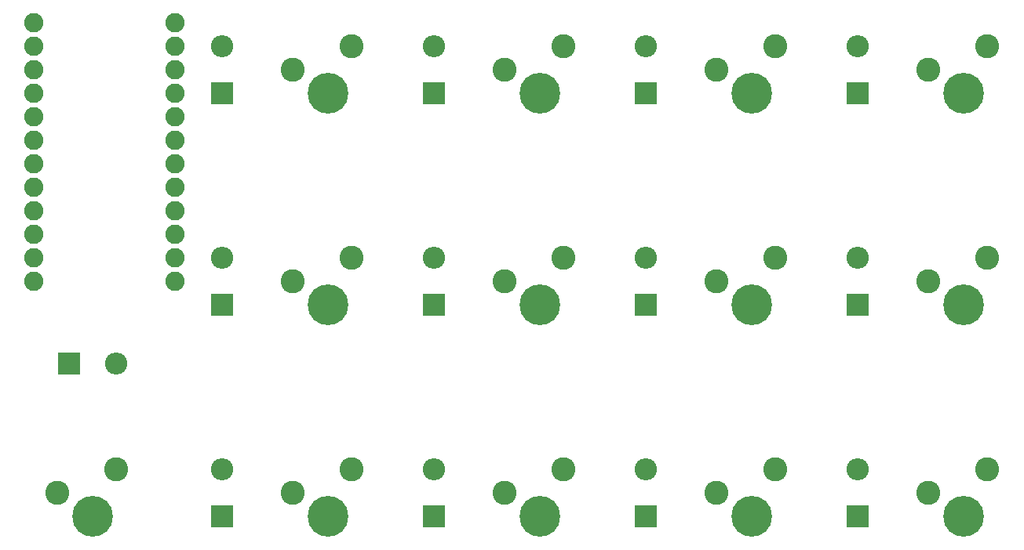
<source format=gbr>
G04 #@! TF.FileFunction,Soldermask,Bot*
%FSLAX46Y46*%
G04 Gerber Fmt 4.6, Leading zero omitted, Abs format (unit mm)*
G04 Created by KiCad (PCBNEW 4.0.5+dfsg1-4) date Fri Jun 28 09:21:59 2019*
%MOMM*%
%LPD*%
G01*
G04 APERTURE LIST*
%ADD10C,0.100000*%
%ADD11R,2.400000X2.400000*%
%ADD12O,2.400000X2.400000*%
%ADD13C,2.600000*%
%ADD14C,4.400000*%
%ADD15C,2.082800*%
G04 APERTURE END LIST*
D10*
D11*
X54610000Y-46990000D03*
D12*
X54610000Y-41910000D03*
D11*
X54610000Y-69850000D03*
D12*
X54610000Y-64770000D03*
D11*
X54610000Y-92710000D03*
D12*
X54610000Y-87630000D03*
D11*
X77470000Y-46990000D03*
D12*
X77470000Y-41910000D03*
D11*
X77470000Y-69850000D03*
D12*
X77470000Y-64770000D03*
D11*
X77470000Y-92710000D03*
D12*
X77470000Y-87630000D03*
D11*
X100330000Y-46990000D03*
D12*
X100330000Y-41910000D03*
D11*
X100330000Y-69850000D03*
D12*
X100330000Y-64770000D03*
D11*
X100330000Y-92710000D03*
D12*
X100330000Y-87630000D03*
D11*
X123190000Y-46990000D03*
D12*
X123190000Y-41910000D03*
D11*
X123190000Y-69850000D03*
D12*
X123190000Y-64770000D03*
D11*
X123190000Y-92710000D03*
D12*
X123190000Y-87630000D03*
D11*
X38100000Y-76200000D03*
D12*
X43180000Y-76200000D03*
D13*
X68580000Y-41910000D03*
X62230000Y-44450000D03*
D14*
X66040000Y-46990000D03*
D13*
X68580000Y-64770000D03*
X62230000Y-67310000D03*
D14*
X66040000Y-69850000D03*
D13*
X68580000Y-87630000D03*
X62230000Y-90170000D03*
D14*
X66040000Y-92710000D03*
D13*
X91440000Y-41910000D03*
X85090000Y-44450000D03*
D14*
X88900000Y-46990000D03*
D13*
X91440000Y-64770000D03*
X85090000Y-67310000D03*
D14*
X88900000Y-69850000D03*
D13*
X91440000Y-87630000D03*
X85090000Y-90170000D03*
D14*
X88900000Y-92710000D03*
D13*
X114300000Y-41910000D03*
X107950000Y-44450000D03*
D14*
X111760000Y-46990000D03*
D13*
X114300000Y-64770000D03*
X107950000Y-67310000D03*
D14*
X111760000Y-69850000D03*
D13*
X114300000Y-87630000D03*
X107950000Y-90170000D03*
D14*
X111760000Y-92710000D03*
D13*
X137160000Y-41910000D03*
X130810000Y-44450000D03*
D14*
X134620000Y-46990000D03*
D13*
X137160000Y-64770000D03*
X130810000Y-67310000D03*
D14*
X134620000Y-69850000D03*
D13*
X137160000Y-87630000D03*
X130810000Y-90170000D03*
D14*
X134620000Y-92710000D03*
D13*
X43180000Y-87630000D03*
X36830000Y-90170000D03*
D14*
X40640000Y-92710000D03*
D15*
X34290000Y-39370000D03*
X34290000Y-41910000D03*
X34290000Y-44450000D03*
X34290000Y-46990000D03*
X34290000Y-49530000D03*
X34290000Y-52070000D03*
X34290000Y-54610000D03*
X34290000Y-57150000D03*
X34290000Y-59690000D03*
X34290000Y-62230000D03*
X34290000Y-64770000D03*
X34290000Y-67310000D03*
X49530000Y-67310000D03*
X49530000Y-64770000D03*
X49530000Y-62230000D03*
X49530000Y-59690000D03*
X49530000Y-57150000D03*
X49530000Y-54610000D03*
X49530000Y-52070000D03*
X49530000Y-49530000D03*
X49530000Y-46990000D03*
X49530000Y-44450000D03*
X49530000Y-41910000D03*
X49530000Y-39370000D03*
M02*

</source>
